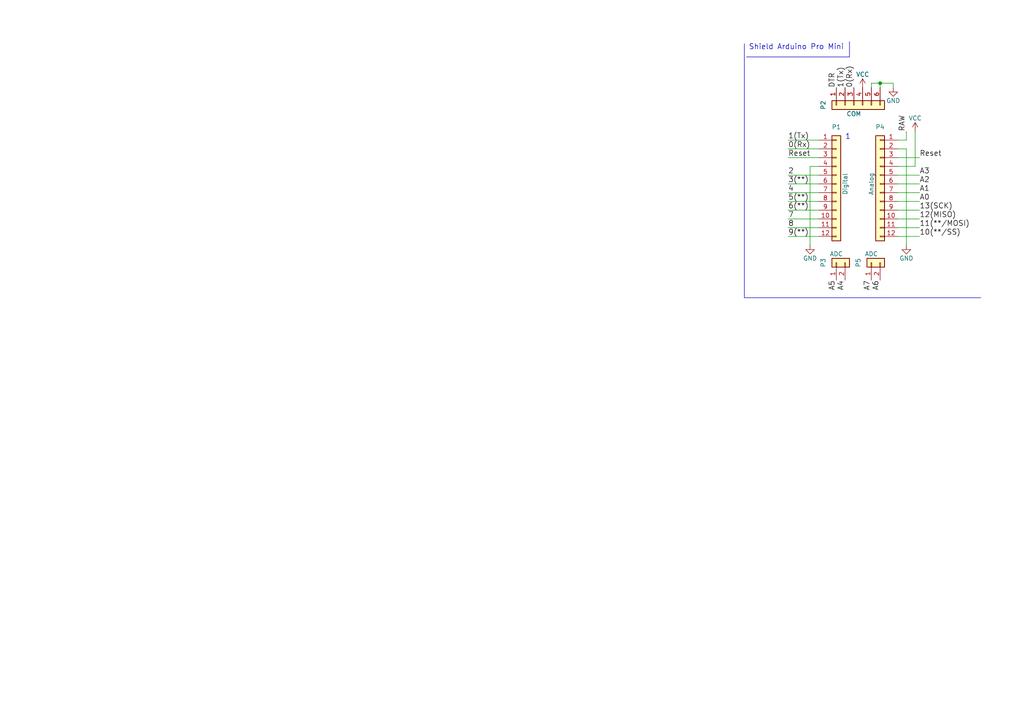
<source format=kicad_sch>
(kicad_sch (version 20230121) (generator eeschema)
  (paper "A4")
  (title_block (date "sam. 04 avril 2015"))
  (lib_symbols
    (symbol "Connector_Generic:Conn_01x02" (pin_names (offset 1.016) hide)
      (property "Reference" "J" (at 0 2.54 0))
      (property "Value" "Conn_01x02" (at 0 -5.08 0))
      (symbol "Conn_01x02_1_1"
        (rectangle (start -1.27 -2.413) (end 0 -2.667) (stroke (width 0.1524)))
        (rectangle (start -1.27 0.127) (end 0 -0.127) (stroke (width 0.1524)))
        (rectangle (start -1.27 1.27) (end 1.27 -3.81) (stroke (width 0.254)) (fill (type background)))
        (pin passive line (at -5.08 0 0) (length 3.81) (name "Pin_1") (number "1"))
        (pin passive line (at -5.08 -2.54 0) (length 3.81) (name "Pin_2") (number "2"))
      )
    )
    (symbol "Connector_Generic:Conn_01x06" (pin_names (offset 1.016) hide)
      (property "Reference" "J" (at 0 7.62 0))
      (property "Value" "Conn_01x06" (at 0 -10.16 0))
      (symbol "Conn_01x06_1_1"
        (rectangle (start -1.27 -7.493) (end 0 -7.747) (stroke (width 0.1524)))
        (rectangle (start -1.27 -4.953) (end 0 -5.207) (stroke (width 0.1524)))
        (rectangle (start -1.27 -2.413) (end 0 -2.667) (stroke (width 0.1524)))
        (rectangle (start -1.27 0.127) (end 0 -0.127) (stroke (width 0.1524)))
        (rectangle (start -1.27 2.667) (end 0 2.413) (stroke (width 0.1524)))
        (rectangle (start -1.27 5.207) (end 0 4.953) (stroke (width 0.1524)))
        (rectangle (start -1.27 6.35) (end 1.27 -8.89) (stroke (width 0.254)) (fill (type background)))
        (pin passive line (at -5.08 5.08 0) (length 3.81) (name "Pin_1") (number "1"))
        (pin passive line (at -5.08 2.54 0) (length 3.81) (name "Pin_2") (number "2"))
        (pin passive line (at -5.08 0 0) (length 3.81) (name "Pin_3") (number "3"))
        (pin passive line (at -5.08 -2.54 0) (length 3.81) (name "Pin_4") (number "4"))
        (pin passive line (at -5.08 -5.08 0) (length 3.81) (name "Pin_5") (number "5"))
        (pin passive line (at -5.08 -7.62 0) (length 3.81) (name "Pin_6") (number "6"))
      )
    )
    (symbol "Connector_Generic:Conn_01x12" (pin_names (offset 1.016) hide)
      (property "Reference" "J" (at 0 15.24 0))
      (property "Value" "Conn_01x12" (at 0 -17.78 0))
      (symbol "Conn_01x12_1_1"
        (rectangle (start -1.27 -15.113) (end 0 -15.367) (stroke (width 0.1524)))
        (rectangle (start -1.27 -12.573) (end 0 -12.827) (stroke (width 0.1524)))
        (rectangle (start -1.27 -10.033) (end 0 -10.287) (stroke (width 0.1524)))
        (rectangle (start -1.27 -7.493) (end 0 -7.747) (stroke (width 0.1524)))
        (rectangle (start -1.27 -4.953) (end 0 -5.207) (stroke (width 0.1524)))
        (rectangle (start -1.27 -2.413) (end 0 -2.667) (stroke (width 0.1524)))
        (rectangle (start -1.27 0.127) (end 0 -0.127) (stroke (width 0.1524)))
        (rectangle (start -1.27 2.667) (end 0 2.413) (stroke (width 0.1524)))
        (rectangle (start -1.27 5.207) (end 0 4.953) (stroke (width 0.1524)))
        (rectangle (start -1.27 7.747) (end 0 7.493) (stroke (width 0.1524)))
        (rectangle (start -1.27 10.287) (end 0 10.033) (stroke (width 0.1524)))
        (rectangle (start -1.27 12.827) (end 0 12.573) (stroke (width 0.1524)))
        (rectangle (start -1.27 13.97) (end 1.27 -16.51) (stroke (width 0.254)) (fill (type background)))
        (pin passive line (at -5.08 12.7 0) (length 3.81) (name "Pin_1") (number "1"))
        (pin passive line (at -5.08 -10.16 0) (length 3.81) (name "Pin_10") (number "10"))
        (pin passive line (at -5.08 -12.7 0) (length 3.81) (name "Pin_11") (number "11"))
        (pin passive line (at -5.08 -15.24 0) (length 3.81) (name "Pin_12") (number "12"))
        (pin passive line (at -5.08 10.16 0) (length 3.81) (name "Pin_2") (number "2"))
        (pin passive line (at -5.08 7.62 0) (length 3.81) (name "Pin_3") (number "3"))
        (pin passive line (at -5.08 5.08 0) (length 3.81) (name "Pin_4") (number "4"))
        (pin passive line (at -5.08 2.54 0) (length 3.81) (name "Pin_5") (number "5"))
        (pin passive line (at -5.08 0 0) (length 3.81) (name "Pin_6") (number "6"))
        (pin passive line (at -5.08 -2.54 0) (length 3.81) (name "Pin_7") (number "7"))
        (pin passive line (at -5.08 -5.08 0) (length 3.81) (name "Pin_8") (number "8"))
        (pin passive line (at -5.08 -7.62 0) (length 3.81) (name "Pin_9") (number "9"))
      )
    )
    (symbol "power:GND" (power) (pin_names (offset 0))
      (property "Value" "GND" (at 0 -3.81 0))
      (symbol "GND_0_1"
        (polyline (pts (xy 0 0) (xy 0 -1.27) (xy 1.27 -1.27) (xy 0 -2.54) (xy -1.27 -1.27) (xy 0 -1.27)))
      )
      (symbol "GND_1_1"
        (pin power_in line (at 0 0 270) (length 0) hide (name "GND") (number "1"))
      )
    )
    (symbol "power:VCC" (power) (pin_names (offset 0))
      (property "Value" "VCC" (at 0 3.81 0))
      (symbol "VCC_0_1"
        (polyline (pts (xy -0.762 1.27) (xy 0 2.54)))
        (polyline (pts (xy 0 0) (xy 0 2.54)))
        (polyline (pts (xy 0 2.54) (xy 0.762 1.27)))
      )
      (symbol "VCC_1_1"
        (pin power_in line (at 0 0 90) (length 0) hide (name "VCC") (number "1"))
      )
    )
  )
  (junction (at 255.27 24.13))
  (wire (pts (xy 266.7 60.96) (xy 260.35 60.96)))
  (polyline (pts (xy 216.535 16.51) (xy 246.38 16.51)))
  (wire (pts (xy 260.35 45.72) (xy 266.7 45.72)))
  (wire (pts (xy 237.49 45.72) (xy 228.6 45.72)))
  (wire (pts (xy 228.6 43.18) (xy 237.49 43.18)))
  (wire (pts (xy 237.49 55.88) (xy 228.6 55.88)))
  (wire (pts (xy 262.89 43.18) (xy 262.89 71.12)))
  (wire (pts (xy 266.7 55.88) (xy 260.35 55.88)))
  (wire (pts (xy 260.35 68.58) (xy 266.7 68.58)))
  (polyline (pts (xy 246.38 16.51) (xy 246.38 12.065)))
  (wire (pts (xy 262.89 38.1) (xy 262.89 40.64)))
  (wire (pts (xy 237.49 60.96) (xy 228.6 60.96)))
  (wire (pts (xy 237.49 66.04) (xy 228.6 66.04)))
  (wire (pts (xy 265.43 48.26) (xy 265.43 38.1)))
  (wire (pts (xy 266.7 50.8) (xy 260.35 50.8)))
  (wire (pts (xy 237.49 40.64) (xy 228.6 40.64)))
  (wire (pts (xy 255.27 24.13) (xy 259.08 24.13)))
  (wire (pts (xy 255.27 24.13) (xy 255.27 25.4)))
  (wire (pts (xy 260.35 58.42) (xy 266.7 58.42)))
  (wire (pts (xy 228.6 63.5) (xy 237.49 63.5)))
  (wire (pts (xy 237.49 48.26) (xy 234.95 48.26)))
  (wire (pts (xy 260.35 63.5) (xy 266.7 63.5)))
  (wire (pts (xy 237.49 53.34) (xy 228.6 53.34)))
  (wire (pts (xy 262.89 40.64) (xy 260.35 40.64)))
  (wire (pts (xy 252.73 25.4) (xy 252.73 24.13)))
  (wire (pts (xy 260.35 48.26) (xy 265.43 48.26)))
  (wire (pts (xy 259.08 24.13) (xy 259.08 25.4)))
  (wire (pts (xy 234.95 48.26) (xy 234.95 71.12)))
  (wire (pts (xy 260.35 43.18) (xy 262.89 43.18)))
  (wire (pts (xy 260.35 53.34) (xy 266.7 53.34)))
  (wire (pts (xy 252.73 24.13) (xy 255.27 24.13)))
  (wire (pts (xy 228.6 58.42) (xy 237.49 58.42)))
  (polyline (pts (xy 284.48 86.36) (xy 215.9 86.36)))
  (wire (pts (xy 266.7 66.04) (xy 260.35 66.04)))
  (wire (pts (xy 228.6 50.8) (xy 237.49 50.8)))
  (wire (pts (xy 237.49 68.58) (xy 228.6 68.58)))
  (polyline (pts (xy 215.9 86.36) (xy 215.9 12.7)))
  (text "Shield Arduino Pro Mini \n" (at 217.17 14.605 0) (effects (font (size 1.524 1.524)) (justify left bottom)))
  (text "1" (at 245.11 40.64 0) (effects (font (size 1.524 1.524)) (justify left bottom)))
  (label "A6" (at 255.27 81.28 270) (effects (font (size 1.524 1.524))))
  (label "4" (at 228.6 55.88 0) (effects (font (size 1.524 1.524))))
  (label "DTR" (at 242.57 25.4 90) (effects (font (size 1.524 1.524))))
  (label "5(**)" (at 228.6 58.42 0) (effects (font (size 1.524 1.524))))
  (label "1(Tx)" (at 245.11 25.4 90) (effects (font (size 1.524 1.524))))
  (label "A5" (at 242.57 81.28 270) (effects (font (size 1.524 1.524))))
  (label "A2" (at 266.7 53.34 0) (effects (font (size 1.524 1.524))))
  (label "0(Rx)" (at 228.6 43.18 0) (effects (font (size 1.524 1.524))))
  (label "A1" (at 266.7 55.88 0) (effects (font (size 1.524 1.524))))
  (label "A4" (at 245.11 81.28 270) (effects (font (size 1.524 1.524))))
  (label "A3" (at 266.7 50.8 0) (effects (font (size 1.524 1.524))))
  (label "7" (at 228.6 63.5 0) (effects (font (size 1.524 1.524))))
  (label "8" (at 228.6 66.04 0) (effects (font (size 1.524 1.524))))
  (label "Reset" (at 228.6 45.72 0) (effects (font (size 1.524 1.524))))
  (label "10(**/SS)" (at 266.7 68.58 0) (effects (font (size 1.524 1.524))))
  (label "RAW" (at 262.89 38.1 90) (effects (font (size 1.524 1.524))))
  (label "13(SCK)" (at 266.7 60.96 0) (effects (font (size 1.524 1.524))))
  (label "9(**)" (at 228.6 68.58 0) (effects (font (size 1.524 1.524))))
  (label "A7" (at 252.73 81.28 270) (effects (font (size 1.524 1.524))))
  (label "6(**)" (at 228.6 60.96 0) (effects (font (size 1.524 1.524))))
  (label "3(**)" (at 228.6 53.34 0) (effects (font (size 1.524 1.524))))
  (label "2" (at 228.6 50.8 0) (effects (font (size 1.524 1.524))))
  (label "12(MISO)" (at 266.7 63.5 0) (effects (font (size 1.524 1.524))))
  (label "1(Tx)" (at 228.6 40.64 0) (effects (font (size 1.524 1.524))))
  (label "A0" (at 266.7 58.42 0) (effects (font (size 1.524 1.524))))
  (label "11(**/MOSI)" (at 266.7 66.04 0) (effects (font (size 1.524 1.524))))
  (label "Reset" (at 266.7 45.72 0) (effects (font (size 1.524 1.524))))
  (label "0(Rx)" (at 247.65 25.4 90) (effects (font (size 1.524 1.524))))
  (symbol (lib_id "Connector_Generic:Conn_01x02") (at 242.57 76.2 90) (unit 1)
    (property "Reference" "P3" (at 238.76 76.2 0))
    (property "Value" "ADC" (at 242.57 73.66 90))
    (property "Footprint" "Socket_Arduino_Pro_Mini:Socket_Strip_Arduino_1x02" (effects hide))
  )
  (symbol (lib_id "Connector_Generic:Conn_01x02") (at 252.73 76.2 90) (unit 1)
    (property "Reference" "P5" (at 248.92 76.2 0))
    (property "Value" "ADC" (at 252.73 73.66 90))
    (property "Footprint" "Socket_Arduino_Pro_Mini:Socket_Strip_Arduino_1x02" (effects hide))
  )
  (symbol (lib_id "Connector_Generic:Conn_01x06") (at 247.65 30.48 90) (mirror x) (unit 1)
    (property "Reference" "P2" (at 238.76 30.48 0))
    (property "Value" "COM" (at 247.65 33.02 90))
    (property "Footprint" "Socket_Arduino_Pro_Mini:Socket_Strip_Arduino_1x06" (effects hide))
  )
  (symbol (lib_id "power:GND") (at 259.08 25.4 0) (unit 1)
    (property "Reference" "#PWR01" (effects hide))
    (property "Value" "GND" (at 259.08 29.21 0))
  )
  (symbol (lib_id "power:VCC") (at 250.19 25.4 0) (unit 1)
    (property "Reference" "#PWR02" (effects hide))
    (property "Value" "VCC" (at 250.19 21.59 0))
  )
  (symbol (lib_id "Connector_Generic:Conn_01x12") (at 242.57 53.34 0) (unit 1)
    (property "Reference" "P1" (at 242.57 36.83 0))
    (property "Value" "Digital" (at 245.11 53.34 90))
    (property "Footprint" "Socket_Arduino_Pro_Mini:Socket_Strip_Arduino_1x12" (effects hide))
  )
  (symbol (lib_id "Connector_Generic:Conn_01x12") (at 255.27 53.34 0) (mirror y) (unit 1)
    (property "Reference" "P4" (at 255.27 36.83 0))
    (property "Value" "Analog" (at 252.73 53.34 90))
    (property "Footprint" "Socket_Arduino_Pro_Mini:Socket_Strip_Arduino_1x12" (effects hide))
  )
  (symbol (lib_id "power:GND") (at 234.95 71.12 0) (unit 1)
    (property "Reference" "#PWR03" (effects hide))
    (property "Value" "GND" (at 234.95 74.93 0))
  )
  (symbol (lib_id "power:GND") (at 262.89 71.12 0) (unit 1)
    (property "Reference" "#PWR04" (effects hide))
    (property "Value" "GND" (at 262.89 74.93 0))
  )
  (symbol (lib_id "power:VCC") (at 265.43 38.1 0) (unit 1)
    (property "Reference" "#PWR05" (effects hide))
    (property "Value" "VCC" (at 265.43 34.29 0))
  )
)
</source>
